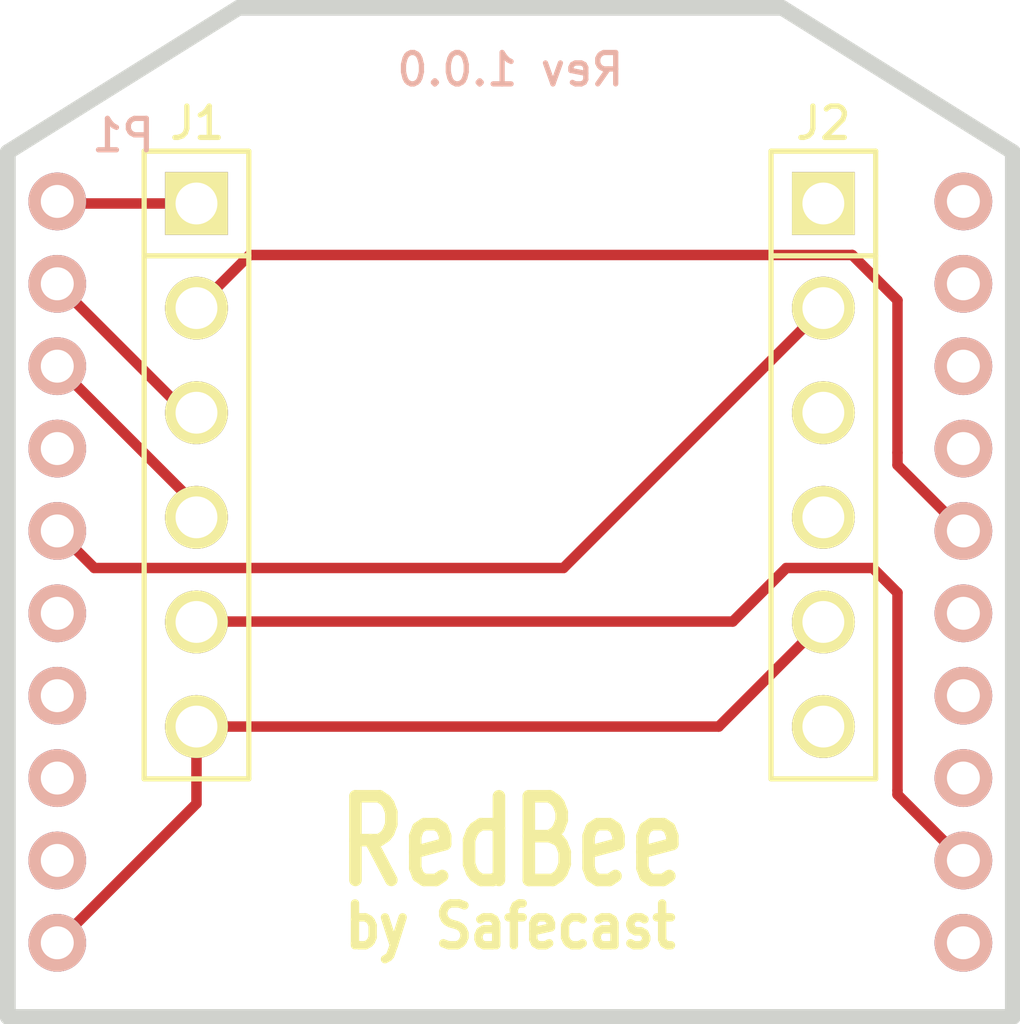
<source format=kicad_pcb>
(kicad_pcb (version 4) (host pcbnew 4.0.1-stable)

  (general
    (links 8)
    (no_connects 0)
    (area 98.809499 80.309499 123.590501 105.190501)
    (thickness 1.6002)
    (drawings 9)
    (tracks 29)
    (zones 0)
    (modules 3)
    (nets 25)
  )

  (page USLetter)
  (title_block
    (title RedBee)
    (date 2016-04-02)
    (rev 1.0)
  )

  (layers
    (0 Front signal)
    (31 Back signal)
    (32 B.Adhes user hide)
    (33 F.Adhes user hide)
    (34 B.Paste user hide)
    (35 F.Paste user hide)
    (36 B.SilkS user)
    (37 F.SilkS user)
    (38 B.Mask user)
    (39 F.Mask user)
    (40 Dwgs.User user)
    (41 Cmts.User user)
    (42 Eco1.User user)
    (43 Eco2.User user)
    (44 Edge.Cuts user)
  )

  (setup
    (last_trace_width 0.254)
    (user_trace_width 0.2032)
    (user_trace_width 0.254)
    (user_trace_width 0.381)
    (user_trace_width 0.508)
    (user_trace_width 0.635)
    (user_trace_width 0.762)
    (user_trace_width 0.889)
    (user_trace_width 1.016)
    (trace_clearance 0.1524)
    (zone_clearance 0.254)
    (zone_45_only no)
    (trace_min 0.127)
    (segment_width 0.254)
    (edge_width 0.381)
    (via_size 0.6858)
    (via_drill 0.3302)
    (via_min_size 0.6858)
    (via_min_drill 0.3302)
    (uvia_size 0.508)
    (uvia_drill 0.127)
    (uvias_allowed no)
    (uvia_min_size 0.508)
    (uvia_min_drill 0.127)
    (pcb_text_width 0.3048)
    (pcb_text_size 1.524 2.032)
    (mod_edge_width 0.1524)
    (mod_text_size 0.762 0.762)
    (mod_text_width 0.127)
    (pad_size 0.76 2.4)
    (pad_drill 0)
    (pad_to_mask_clearance 0.254)
    (aux_axis_origin 99 105)
    (grid_origin 99 105)
    (visible_elements 7FFEFFFF)
    (pcbplotparams
      (layerselection 0x010fc_80000007)
      (usegerberextensions true)
      (excludeedgelayer true)
      (linewidth 0.150000)
      (plotframeref false)
      (viasonmask false)
      (mode 1)
      (useauxorigin true)
      (hpglpennumber 1)
      (hpglpenspeed 20)
      (hpglpendiameter 15)
      (hpglpenoverlay 2)
      (psnegative false)
      (psa4output false)
      (plotreference true)
      (plotvalue false)
      (plotinvisibletext false)
      (padsonsilk false)
      (subtractmaskfromsilk false)
      (outputformat 1)
      (mirror false)
      (drillshape 0)
      (scaleselection 1)
      (outputdirectory P:/Engineering_SECURE/Projects/BlueGiga_BLE112_XBee_Module/Hardware/Gerbers/))
  )

  (net 0 "")
  (net 1 GND)
  (net 2 RESET)
  (net 3 "Net-(P1-Pad6)")
  (net 4 "Net-(P1-Pad8)")
  (net 5 "Net-(P1-Pad11)")
  (net 6 "Net-(P1-Pad13)")
  (net 7 "Net-(P1-Pad14)")
  (net 8 "Net-(P1-Pad15)")
  (net 9 "Net-(P1-Pad17)")
  (net 10 "Net-(P1-Pad18)")
  (net 11 "Net-(P1-Pad19)")
  (net 12 "Net-(P1-Pad20)")
  (net 13 "Net-(P1-Pad4)")
  (net 14 "Net-(P1-Pad7)")
  (net 15 "Net-(P1-Pad9)")
  (net 16 VDD)
  (net 17 "Net-(J2-Pad6)")
  (net 18 P0.05)
  (net 19 P0.04)
  (net 20 SWDCLK)
  (net 21 RXD_HEADER)
  (net 22 RTS_HEADER)
  (net 23 TXD_HEADER)
  (net 24 CTS_HEADER)

  (net_class Default "This is the default net class."
    (clearance 0.1524)
    (trace_width 0.1524)
    (via_dia 0.6858)
    (via_drill 0.3302)
    (uvia_dia 0.508)
    (uvia_drill 0.127)
    (add_net CTS_HEADER)
    (add_net "Net-(J2-Pad6)")
    (add_net "Net-(P1-Pad11)")
    (add_net "Net-(P1-Pad13)")
    (add_net "Net-(P1-Pad14)")
    (add_net "Net-(P1-Pad15)")
    (add_net "Net-(P1-Pad17)")
    (add_net "Net-(P1-Pad18)")
    (add_net "Net-(P1-Pad19)")
    (add_net "Net-(P1-Pad20)")
    (add_net "Net-(P1-Pad4)")
    (add_net "Net-(P1-Pad6)")
    (add_net "Net-(P1-Pad7)")
    (add_net "Net-(P1-Pad8)")
    (add_net "Net-(P1-Pad9)")
    (add_net P0.04)
    (add_net P0.05)
    (add_net RESET)
    (add_net RTS_HEADER)
    (add_net RXD_HEADER)
    (add_net SWDCLK)
    (add_net TXD_HEADER)
  )

  (net_class Power ""
    (clearance 0.1524)
    (trace_width 0.508)
    (via_dia 0.889)
    (via_drill 0.635)
    (uvia_dia 0.508)
    (uvia_drill 0.127)
    (add_net GND)
    (add_net VDD)
  )

  (module Header:HEADER_XBEE locked (layer Back) (tedit 57033806) (tstamp 54542454)
    (at 111.2 85.2 180)
    (path /5700D9F3)
    (fp_text reference P1 (at 9.4 1.6 360) (layer B.SilkS)
      (effects (font (size 0.762 0.762) (thickness 0.127)) (justify mirror))
    )
    (fp_text value "XBee Pins Footprint" (at 0 2 180) (layer B.SilkS) hide
      (effects (font (size 0.762 0.762) (thickness 0.127)) (justify mirror))
    )
    (pad 11 thru_hole circle (at -11 -18 180) (size 1.4 1.4) (drill 0.8) (layers *.Cu *.Mask B.SilkS)
      (net 5 "Net-(P1-Pad11)"))
    (pad 12 thru_hole circle (at -11 -16 180) (size 1.4 1.4) (drill 0.8) (layers *.Cu *.Mask B.SilkS)
      (net 22 RTS_HEADER))
    (pad 13 thru_hole circle (at -11 -14 180) (size 1.4 1.4) (drill 0.8) (layers *.Cu *.Mask B.SilkS)
      (net 6 "Net-(P1-Pad13)"))
    (pad 14 thru_hole circle (at -11 -12 180) (size 1.4 1.4) (drill 0.8) (layers *.Cu *.Mask B.SilkS)
      (net 7 "Net-(P1-Pad14)"))
    (pad 15 thru_hole circle (at -11 -10 180) (size 1.4 1.4) (drill 0.8) (layers *.Cu *.Mask B.SilkS)
      (net 8 "Net-(P1-Pad15)"))
    (pad 16 thru_hole circle (at -11 -8 180) (size 1.4 1.4) (drill 0.8) (layers *.Cu *.Mask B.SilkS)
      (net 24 CTS_HEADER))
    (pad 17 thru_hole circle (at -11 -6 180) (size 1.4 1.4) (drill 0.8) (layers *.Cu *.Mask B.SilkS)
      (net 9 "Net-(P1-Pad17)"))
    (pad 18 thru_hole circle (at -11 -4 180) (size 1.4 1.4) (drill 0.8) (layers *.Cu *.Mask B.SilkS)
      (net 10 "Net-(P1-Pad18)"))
    (pad 19 thru_hole circle (at -11 -2 180) (size 1.4 1.4) (drill 0.8) (layers *.Cu *.Mask B.SilkS)
      (net 11 "Net-(P1-Pad19)"))
    (pad 20 thru_hole circle (at -11 0 180) (size 1.4 1.4) (drill 0.8) (layers *.Cu *.Mask B.SilkS)
      (net 12 "Net-(P1-Pad20)"))
    (pad 1 thru_hole circle (at 11 0 180) (size 1.4 1.4) (drill 0.8) (layers *.Cu *.Mask B.SilkS)
      (net 16 VDD))
    (pad 2 thru_hole circle (at 11 -2 180) (size 1.4 1.4) (drill 0.8) (layers *.Cu *.Mask B.SilkS)
      (net 23 TXD_HEADER))
    (pad 3 thru_hole circle (at 11 -4 180) (size 1.4 1.4) (drill 0.8) (layers *.Cu *.Mask B.SilkS)
      (net 21 RXD_HEADER))
    (pad 4 thru_hole circle (at 11 -6 180) (size 1.4 1.4) (drill 0.8) (layers *.Cu *.Mask B.SilkS)
      (net 13 "Net-(P1-Pad4)"))
    (pad 5 thru_hole circle (at 11 -8 180) (size 1.4 1.4) (drill 0.8) (layers *.Cu *.Mask B.SilkS)
      (net 2 RESET))
    (pad 6 thru_hole circle (at 11 -10 180) (size 1.4 1.4) (drill 0.8) (layers *.Cu *.Mask B.SilkS)
      (net 3 "Net-(P1-Pad6)"))
    (pad 7 thru_hole circle (at 11 -12 180) (size 1.4 1.4) (drill 0.8) (layers *.Cu *.Mask B.SilkS)
      (net 14 "Net-(P1-Pad7)"))
    (pad 8 thru_hole circle (at 11 -14 180) (size 1.4 1.4) (drill 0.8) (layers *.Cu *.Mask B.SilkS)
      (net 4 "Net-(P1-Pad8)"))
    (pad 9 thru_hole circle (at 11 -16 180) (size 1.4 1.4) (drill 0.8) (layers *.Cu *.Mask B.SilkS)
      (net 15 "Net-(P1-Pad9)"))
    (pad 10 thru_hole circle (at 11 -18 180) (size 1.4 1.4) (drill 0.8) (layers *.Cu *.Mask B.SilkS)
      (net 1 GND))
    (model C:/Engineering/KiCAD_Libraries/3D/Headers/VRML/HEADER_M_XBEE_ST_AU_PTH.wrl
      (at (xyz 0 0 0))
      (scale (xyz 1 1 1))
      (rotate (xyz 0 0 0))
    )
  )

  (module Header:HEADER_F_2.54MM_1R6P_ST_AU_PTH locked (layer Front) (tedit 570476F0) (tstamp 5700A4DB)
    (at 103.58 91.6 270)
    (tags Header)
    (path /5700DCFD)
    (fp_text reference J1 (at -8.3 -0.02 360) (layer F.SilkS)
      (effects (font (size 0.762 0.762) (thickness 0.127)))
    )
    (fp_text value HEADER_F_2.54MM_1R6P_ST_AU_PTH (at 0 -2.54 270) (layer F.Fab)
      (effects (font (size 0.762 0.762) (thickness 0.127)))
    )
    (fp_line (start 7.62 1.27) (end -7.62 1.27) (layer F.SilkS) (width 0.127))
    (fp_line (start -7.62 -1.27) (end 7.62 -1.27) (layer F.SilkS) (width 0.127))
    (fp_line (start 7.62 -1.27) (end 7.62 1.27) (layer F.SilkS) (width 0.127))
    (fp_line (start -5.08 1.27) (end -5.08 -1.27) (layer F.SilkS) (width 0.127))
    (fp_line (start -7.62 1.27) (end -7.62 -1.27) (layer F.SilkS) (width 0.127))
    (pad 6 thru_hole circle (at 6.35 0 270) (size 1.524 1.524) (drill 1.016) (layers *.Cu *.Mask F.SilkS)
      (net 1 GND))
    (pad 4 thru_hole circle (at 1.27 0 270) (size 1.524 1.524) (drill 1.016) (layers *.Cu *.Mask F.SilkS)
      (net 21 RXD_HEADER))
    (pad 5 thru_hole circle (at 3.81 0 270) (size 1.524 1.524) (drill 1.016) (layers *.Cu *.Mask F.SilkS)
      (net 22 RTS_HEADER))
    (pad 3 thru_hole circle (at -1.27 0 270) (size 1.524 1.524) (drill 1.016) (layers *.Cu *.Mask F.SilkS)
      (net 23 TXD_HEADER))
    (pad 2 thru_hole circle (at -3.81 0 270) (size 1.524 1.524) (drill 1.016) (layers *.Cu *.Mask F.SilkS)
      (net 24 CTS_HEADER))
    (pad 1 thru_hole rect (at -6.35 0 270) (size 1.524 1.524) (drill 1.016) (layers *.Cu *.Mask F.SilkS)
      (net 16 VDD))
    (model C:/Engineering/KiCAD_Libraries/3D/Headers/VRML/HEADER_F_2.54MM_1R6P_ST_AU_PTH.wrl
      (at (xyz 0 0 0))
      (scale (xyz 1 1 1))
      (rotate (xyz 0 0 0))
    )
  )

  (module Header:HEADER_F_2.54MM_1R6P_ST_AU_PTH locked (layer Front) (tedit 570476E8) (tstamp 5700A4A4)
    (at 118.8 91.6 270)
    (tags Header)
    (path /5700DE05)
    (fp_text reference J2 (at -8.3 0 360) (layer F.SilkS)
      (effects (font (size 0.762 0.762) (thickness 0.127)))
    )
    (fp_text value HEADER_F_2.54MM_1R6P_ST_AU_PTH (at 0 -2.54 270) (layer F.Fab)
      (effects (font (size 0.762 0.762) (thickness 0.127)))
    )
    (fp_line (start 7.62 1.27) (end -7.62 1.27) (layer F.SilkS) (width 0.127))
    (fp_line (start -7.62 -1.27) (end 7.62 -1.27) (layer F.SilkS) (width 0.127))
    (fp_line (start 7.62 -1.27) (end 7.62 1.27) (layer F.SilkS) (width 0.127))
    (fp_line (start -5.08 1.27) (end -5.08 -1.27) (layer F.SilkS) (width 0.127))
    (fp_line (start -7.62 1.27) (end -7.62 -1.27) (layer F.SilkS) (width 0.127))
    (pad 6 thru_hole circle (at 6.35 0 270) (size 1.524 1.524) (drill 1.016) (layers *.Cu *.Mask F.SilkS)
      (net 17 "Net-(J2-Pad6)"))
    (pad 4 thru_hole circle (at 1.27 0 270) (size 1.524 1.524) (drill 1.016) (layers *.Cu *.Mask F.SilkS)
      (net 18 P0.05))
    (pad 5 thru_hole circle (at 3.81 0 270) (size 1.524 1.524) (drill 1.016) (layers *.Cu *.Mask F.SilkS)
      (net 1 GND))
    (pad 3 thru_hole circle (at -1.27 0 270) (size 1.524 1.524) (drill 1.016) (layers *.Cu *.Mask F.SilkS)
      (net 19 P0.04))
    (pad 2 thru_hole circle (at -3.81 0 270) (size 1.524 1.524) (drill 1.016) (layers *.Cu *.Mask F.SilkS)
      (net 2 RESET))
    (pad 1 thru_hole rect (at -6.35 0 270) (size 1.524 1.524) (drill 1.016) (layers *.Cu *.Mask F.SilkS)
      (net 20 SWDCLK))
    (model C:/Engineering/KiCAD_Libraries/3D/Headers/VRML/HEADER_F_2.54MM_1R6P_ST_AU_PTH.wrl
      (at (xyz 0 0 0))
      (scale (xyz 1 1 1))
      (rotate (xyz 0 0 0))
    )
  )

  (gr_text "by Safecast" (at 111.2 102.8) (layer F.SilkS)
    (effects (font (size 1.016 0.9) (thickness 0.2032)))
  )
  (gr_text "Rev 1.0.0" (at 111.2 82) (layer B.SilkS)
    (effects (font (size 0.762 0.762) (thickness 0.127)) (justify mirror))
  )
  (gr_text RedBee (at 111.25 100.75) (layer F.SilkS)
    (effects (font (size 2.032 1.524) (thickness 0.3048)))
  )
  (gr_line (start 117.8 80.5) (end 104.6 80.5) (angle 90) (layer Edge.Cuts) (width 0.381))
  (gr_line (start 123.4 84) (end 117.8 80.5) (angle 90) (layer Edge.Cuts) (width 0.381))
  (gr_line (start 99 84) (end 104.6 80.5) (angle 90) (layer Edge.Cuts) (width 0.381))
  (gr_line (start 99 105) (end 99 84) (angle 90) (layer Edge.Cuts) (width 0.381))
  (gr_line (start 123.4 105) (end 123.4 84) (angle 90) (layer Edge.Cuts) (width 0.381))
  (gr_line (start 99 105) (end 123.4 105) (angle 90) (layer Edge.Cuts) (width 0.381))

  (segment (start 118.8 95.41) (end 116.26 97.95) (width 0.254) (layer Front) (net 1))
  (segment (start 116.26 97.95) (end 103.58 97.95) (width 0.254) (layer Front) (net 1) (tstamp 57070866))
  (segment (start 103.58 97.95) (end 103.58 99.82) (width 0.254) (layer Front) (net 1))
  (segment (start 103.58 99.82) (end 100.2 103.2) (width 0.254) (layer Front) (net 1) (tstamp 5707085B))
  (segment (start 100.2 93.2) (end 101.1 94.1) (width 0.254) (layer Front) (net 2))
  (segment (start 112.49 94.1) (end 118.8 87.79) (width 0.254) (layer Front) (net 2) (tstamp 570707BA))
  (segment (start 101.1 94.1) (end 112.49 94.1) (width 0.254) (layer Front) (net 2) (tstamp 570707B7))
  (segment (start 100.2 93.2) (end 100.203 93.218) (width 0.1524) (layer Back) (net 2) (status 80000))
  (segment (start 100.2 85.2) (end 100.25 85.25) (width 0.254) (layer Front) (net 16))
  (segment (start 100.25 85.25) (end 103.58 85.25) (width 0.254) (layer Front) (net 16) (tstamp 5707082E))
  (segment (start 100.2 89.2) (end 103.58 92.58) (width 0.254) (layer Front) (net 21))
  (segment (start 103.58 92.58) (end 103.58 92.87) (width 0.254) (layer Front) (net 21) (tstamp 57070836))
  (segment (start 120.6 99.5) (end 120.6 99.6) (width 0.254) (layer Front) (net 22))
  (segment (start 116.6 95.4) (end 117.9 94.1) (width 0.254) (layer Front) (net 22) (tstamp 57070877))
  (segment (start 117.9 94.1) (end 120 94.1) (width 0.254) (layer Front) (net 22) (tstamp 5707087A))
  (segment (start 120 94.1) (end 120.6 94.7) (width 0.254) (layer Front) (net 22) (tstamp 57070883))
  (segment (start 120.6 94.7) (end 120.6 99.5) (width 0.254) (layer Front) (net 22) (tstamp 57070887))
  (segment (start 103.59 95.4) (end 116.6 95.4) (width 0.254) (layer Front) (net 22) (tstamp 5707086F))
  (segment (start 120.6 99.6) (end 122.2 101.2) (width 0.254) (layer Front) (net 22) (tstamp 57070896))
  (segment (start 103.58 95.41) (end 103.59 95.4) (width 0.254) (layer Front) (net 22))
  (segment (start 103.632 95.377) (end 103.58 95.41) (width 0.1524) (layer Front) (net 22) (tstamp 57070753) (status 80000))
  (segment (start 100.2 87.2) (end 103.33 90.33) (width 0.254) (layer Front) (net 23))
  (segment (start 103.33 90.33) (end 103.58 90.33) (width 0.254) (layer Front) (net 23) (tstamp 57070831))
  (segment (start 119.5 86.5) (end 104.87 86.5) (width 0.254) (layer Front) (net 24))
  (segment (start 122.2 93.2) (end 120.6 91.6) (width 0.254) (layer Front) (net 24) (tstamp 57070805))
  (segment (start 120.6 87.6) (end 120.6 91.3) (width 0.254) (layer Front) (net 24) (tstamp 570707EA))
  (segment (start 119.5 86.5) (end 120.6 87.6) (width 0.254) (layer Front) (net 24) (tstamp 570707E8))
  (segment (start 120.6 91.3) (end 120.6 91.6) (width 0.254) (layer Front) (net 24))
  (segment (start 104.87 86.5) (end 103.58 87.79) (width 0.254) (layer Front) (net 24) (tstamp 5707083C))

)

</source>
